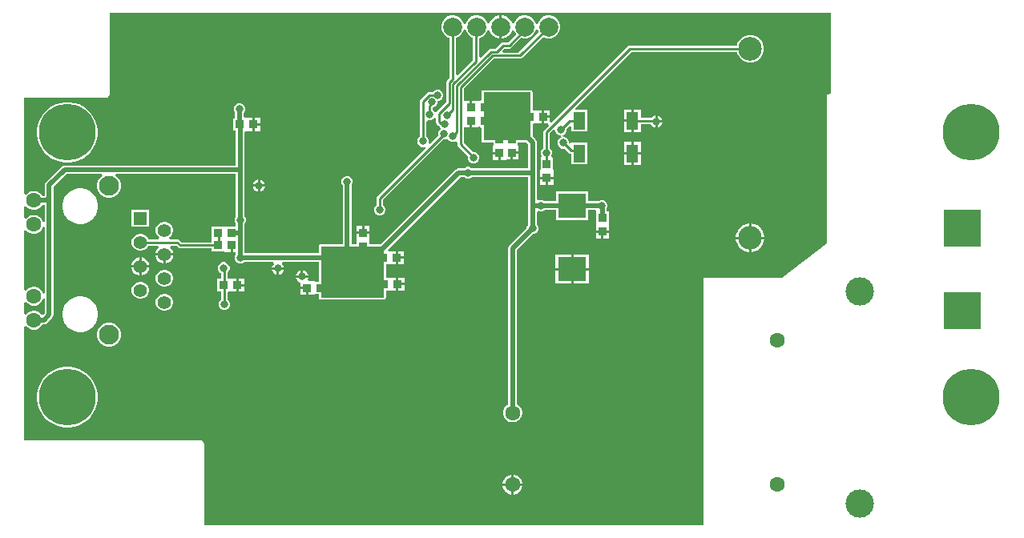
<source format=gbl>
G04*
G04 #@! TF.GenerationSoftware,Altium Limited,Altium Designer,21.0.8 (223)*
G04*
G04 Layer_Physical_Order=2*
G04 Layer_Color=16711680*
%FSLAX44Y44*%
%MOMM*%
G71*
G04*
G04 #@! TF.SameCoordinates,2EEA6137-B325-4497-8457-BD4E04CF0BC7*
G04*
G04*
G04 #@! TF.FilePolarity,Positive*
G04*
G01*
G75*
%ADD16R,0.9000X0.9500*%
%ADD20R,0.9500X0.9000*%
%ADD44C,0.2540*%
%ADD46C,0.2560*%
%ADD48C,0.5000*%
%ADD49C,2.0000*%
%ADD50C,1.6000*%
%ADD51C,2.5000*%
%ADD52C,1.4000*%
%ADD53R,1.4000X1.4000*%
%ADD54C,2.1000*%
%ADD55R,4.0000X4.0000*%
%ADD56C,3.0000*%
%ADD57C,6.0000*%
%ADD58C,0.8000*%
%ADD59R,1.3000X1.9000*%
%ADD60R,3.0000X2.6000*%
%ADD61R,6.7000X5.4000*%
%ADD62R,5.0000X5.1000*%
G36*
X665922Y370014D02*
X661931Y370000D01*
X661799Y211926D01*
X615000Y176000D01*
X532000D01*
Y-85922D01*
X4078Y-85922D01*
Y-0D01*
X3768Y1561D01*
X2884Y2884D01*
X1561Y3768D01*
X-0Y4078D01*
X-185922D01*
Y124331D01*
X-183922Y124867D01*
X-183920Y124864D01*
X-182058Y123002D01*
X-179778Y121685D01*
X-177235Y121004D01*
X-174602D01*
X-172058Y121685D01*
X-169778Y123002D01*
X-167916Y124864D01*
X-167020Y126416D01*
X-165168D01*
X-163412Y126765D01*
X-161923Y127760D01*
X-156422Y133261D01*
X-155427Y134749D01*
X-155078Y136505D01*
Y260000D01*
Y271847D01*
X-141514Y285412D01*
X-103918D01*
X-103382Y283412D01*
X-104091Y283002D01*
X-106419Y280675D01*
X-108064Y277825D01*
X-108916Y274646D01*
Y271354D01*
X-108064Y268175D01*
X-106419Y265325D01*
X-104091Y262997D01*
X-101241Y261352D01*
X-98062Y260500D01*
X-94771D01*
X-91591Y261352D01*
X-88741Y262997D01*
X-86414Y265325D01*
X-84768Y268175D01*
X-83916Y271354D01*
Y274646D01*
X-84768Y277825D01*
X-86414Y280675D01*
X-88741Y283002D01*
X-89450Y283412D01*
X-88914Y285412D01*
X37412D01*
Y240897D01*
X36913Y240399D01*
X36000Y238193D01*
Y235807D01*
X36913Y233601D01*
X37412Y233103D01*
Y229500D01*
X27500D01*
X26000Y229500D01*
X24500Y229500D01*
X12000D01*
Y218500D01*
X12000Y216500D01*
X12000D01*
Y216500D01*
X12000D01*
Y213344D01*
X-19488D01*
X-21808Y215665D01*
X-22893Y216390D01*
X-24173Y216644D01*
X-32226D01*
X-32762Y218644D01*
X-32495Y218798D01*
X-30819Y220474D01*
X-29635Y222526D01*
X-29021Y224815D01*
Y227185D01*
X-29635Y229474D01*
X-30819Y231526D01*
X-32495Y233202D01*
X-34547Y234387D01*
X-36836Y235000D01*
X-39206D01*
X-41495Y234387D01*
X-43547Y233202D01*
X-45223Y231526D01*
X-46408Y229474D01*
X-47021Y227185D01*
Y224815D01*
X-46408Y222526D01*
X-45223Y220474D01*
X-43547Y218798D01*
X-43281Y218644D01*
X-43816Y216644D01*
X-55000D01*
X-55035Y216774D01*
X-56220Y218826D01*
X-57895Y220502D01*
X-59947Y221687D01*
X-62236Y222300D01*
X-64606D01*
X-66895Y221687D01*
X-68947Y220502D01*
X-70623Y218826D01*
X-71808Y216774D01*
X-72421Y214485D01*
Y212115D01*
X-71808Y209826D01*
X-70623Y207774D01*
X-68947Y206098D01*
X-66895Y204913D01*
X-64606Y204300D01*
X-62236D01*
X-59947Y204913D01*
X-57895Y206098D01*
X-56220Y207774D01*
X-55035Y209826D01*
X-55000Y209956D01*
X-44887D01*
X-44380Y209090D01*
X-44157Y207956D01*
X-45655Y206458D01*
X-46911Y204282D01*
X-47558Y201870D01*
X-28485D01*
X-29131Y204282D01*
X-30387Y206458D01*
X-31885Y207956D01*
X-31662Y209090D01*
X-31156Y209956D01*
X-25558D01*
X-23238Y207635D01*
X-22153Y206910D01*
X-20873Y206656D01*
X12000D01*
Y203500D01*
X24184D01*
X25960Y202960D01*
X27276Y202960D01*
X31980D01*
Y210000D01*
X34520D01*
Y202960D01*
X37412D01*
Y200491D01*
X37319Y200399D01*
X36406Y198193D01*
Y195807D01*
X37319Y193601D01*
X39007Y191914D01*
X41212Y191000D01*
X43599D01*
X45805Y191914D01*
X46303Y192412D01*
X76917D01*
X77250Y191900D01*
X77628Y190412D01*
X76769Y189553D01*
X75908Y188062D01*
X75571Y186807D01*
X88432D01*
X88096Y188062D01*
X87235Y189553D01*
X86376Y190412D01*
X86754Y191900D01*
X87087Y192412D01*
X124961D01*
Y171500D01*
X121816D01*
X120040Y172040D01*
X118724Y172040D01*
X114347D01*
X113236Y174040D01*
X113554Y174591D01*
X113890Y175845D01*
X101029D01*
X101365Y174591D01*
X102226Y173100D01*
X103444Y171882D01*
X104935Y171021D01*
X105460Y170881D01*
Y166270D01*
X112750D01*
Y165000D01*
X114020D01*
Y157960D01*
X118724D01*
X120040Y157960D01*
X121816Y158500D01*
X124961D01*
Y155000D01*
X125116Y154220D01*
X125558Y153558D01*
X126220Y153116D01*
X127000Y152961D01*
X194000D01*
X194780Y153116D01*
X195442Y153558D01*
X195884Y154220D01*
X196039Y155000D01*
Y162500D01*
X199184D01*
X200960Y161960D01*
X202276Y161960D01*
X206980D01*
Y169000D01*
Y176040D01*
X202276D01*
X200960Y176040D01*
X199184Y175500D01*
X196039D01*
Y190500D01*
X198731D01*
X200507Y189960D01*
X201824Y189960D01*
X206527D01*
Y197000D01*
Y204040D01*
X201824D01*
X200507Y204040D01*
X198808Y203523D01*
X197989Y205500D01*
X274900Y282412D01*
X279103D01*
X279601Y281914D01*
X281807Y281000D01*
X284193D01*
X286399Y281914D01*
X286897Y282412D01*
X346367D01*
Y252000D01*
Y231897D01*
X345868Y231399D01*
X344955Y229193D01*
Y228489D01*
X326756Y210289D01*
X325761Y208801D01*
X325412Y207045D01*
Y41898D01*
X323860Y41002D01*
X321998Y39140D01*
X320681Y36860D01*
X320000Y34316D01*
Y31683D01*
X320681Y29140D01*
X321998Y26860D01*
X323860Y24998D01*
X326140Y23681D01*
X328684Y23000D01*
X331316D01*
X333860Y23681D01*
X336140Y24998D01*
X338002Y26860D01*
X339319Y29140D01*
X340000Y31683D01*
Y34316D01*
X339319Y36860D01*
X338002Y39140D01*
X336140Y41002D01*
X334588Y41898D01*
Y205145D01*
X351444Y222000D01*
X352149D01*
X354354Y222913D01*
X356042Y224601D01*
X356955Y226807D01*
Y229193D01*
X356042Y231399D01*
X355543Y231897D01*
Y245352D01*
X355551Y245363D01*
X357543Y246523D01*
X358806Y246000D01*
X361194D01*
X363399Y246914D01*
X363897Y247412D01*
X376000D01*
Y237000D01*
X410000D01*
Y247412D01*
X417085D01*
X418500Y246000D01*
Y233816D01*
X417960Y232040D01*
X417960Y230724D01*
Y226020D01*
X432040D01*
Y230724D01*
X432040Y232040D01*
X431500Y233816D01*
Y246000D01*
X429257D01*
Y248396D01*
X429424Y248563D01*
X430337Y250769D01*
Y253155D01*
X429424Y255361D01*
X427736Y257048D01*
X425531Y257962D01*
X423144D01*
X420938Y257048D01*
X420478Y256588D01*
X410000D01*
Y267000D01*
X376000D01*
Y256588D01*
X363897D01*
X363399Y257087D01*
X361194Y258000D01*
X358806D01*
X357543Y257477D01*
X355551Y258637D01*
X355543Y258648D01*
Y287000D01*
Y319045D01*
X355194Y320801D01*
X354199Y322289D01*
X351039Y325449D01*
Y338086D01*
X352453Y339500D01*
X353184D01*
X354960Y338960D01*
X356276Y338960D01*
X360980D01*
Y346000D01*
Y353040D01*
X356276D01*
X354960Y353040D01*
X353184Y352500D01*
X352453D01*
X351039Y353914D01*
Y372000D01*
X350884Y372780D01*
X350442Y373442D01*
X349780Y373884D01*
X349000Y374039D01*
X299000D01*
X298220Y373884D01*
X297558Y373442D01*
X297116Y372780D01*
X296961Y372000D01*
Y363914D01*
X295547Y362500D01*
X294816D01*
X293040Y363040D01*
X291724Y363040D01*
X287020D01*
Y356000D01*
X284480D01*
Y363040D01*
X278460Y363040D01*
X278334Y364988D01*
Y375619D01*
X310041Y407326D01*
X337660D01*
X338936Y407579D01*
X340017Y408302D01*
X362278Y430563D01*
X363568Y429818D01*
X366620Y429000D01*
X369780D01*
X372832Y429818D01*
X375568Y431398D01*
X377802Y433632D01*
X379382Y436368D01*
X380200Y439420D01*
Y442580D01*
X379382Y445632D01*
X377802Y448368D01*
X375568Y450602D01*
X372832Y452182D01*
X369780Y453000D01*
X366620D01*
X363568Y452182D01*
X360832Y450602D01*
X358598Y448368D01*
X357018Y445632D01*
X356535Y443831D01*
X354465D01*
X353982Y445632D01*
X352402Y448368D01*
X350168Y450602D01*
X347432Y452182D01*
X344380Y453000D01*
X341220D01*
X338168Y452182D01*
X335432Y450602D01*
X333198Y448368D01*
X331618Y445632D01*
X331415Y444874D01*
X329344D01*
X329085Y445840D01*
X327435Y448700D01*
X325100Y451035D01*
X322240Y452685D01*
X319051Y453540D01*
X318670D01*
Y441000D01*
Y428460D01*
X319051D01*
X322240Y429315D01*
X325100Y430965D01*
X327435Y433300D01*
X329085Y436160D01*
X329344Y437126D01*
X331415D01*
X331618Y436368D01*
X333198Y433632D01*
X333557Y433272D01*
X325107Y424822D01*
X319874D01*
X318598Y424568D01*
X317517Y423846D01*
X311705Y418034D01*
X306986D01*
X305710Y417780D01*
X304629Y417057D01*
X296182Y408610D01*
X294334Y409376D01*
Y429202D01*
X296632Y429818D01*
X299368Y431398D01*
X301602Y433632D01*
X303182Y436368D01*
X303385Y437126D01*
X305456D01*
X305715Y436160D01*
X307365Y433300D01*
X309700Y430965D01*
X312560Y429315D01*
X315749Y428460D01*
X316130D01*
Y441000D01*
Y453540D01*
X315749D01*
X312560Y452685D01*
X309700Y451035D01*
X307365Y448700D01*
X305715Y445840D01*
X305456Y444874D01*
X303385D01*
X303182Y445632D01*
X301602Y448368D01*
X299368Y450602D01*
X296632Y452182D01*
X293580Y453000D01*
X290420D01*
X287368Y452182D01*
X284632Y450602D01*
X282398Y448368D01*
X280818Y445632D01*
X280335Y443831D01*
X278265D01*
X277782Y445632D01*
X276202Y448368D01*
X273968Y450602D01*
X271232Y452182D01*
X268180Y453000D01*
X265020D01*
X261968Y452182D01*
X259232Y450602D01*
X256998Y448368D01*
X255418Y445632D01*
X254600Y442580D01*
Y439420D01*
X255418Y436368D01*
X256998Y433632D01*
X259232Y431398D01*
X261968Y429818D01*
X263366Y429443D01*
Y387221D01*
X260522Y384378D01*
X259800Y383296D01*
X259546Y382020D01*
Y361261D01*
X250023Y351738D01*
X249500Y350956D01*
X248291Y350822D01*
X247326Y350980D01*
X247087Y351557D01*
X245399Y353245D01*
X245334Y353272D01*
Y355698D01*
X245466D01*
X247671Y356612D01*
X249359Y358300D01*
X250273Y360505D01*
Y362777D01*
X252108D01*
X254314Y363691D01*
X256001Y365379D01*
X256915Y367584D01*
Y369971D01*
X256001Y372176D01*
X254314Y373864D01*
X252108Y374777D01*
X249721D01*
X247516Y373864D01*
X245986Y372334D01*
X242000D01*
X240724Y372080D01*
X239643Y371357D01*
X232642Y364357D01*
X231920Y363276D01*
X231666Y362000D01*
Y329000D01*
X231726Y328698D01*
Y325173D01*
X231661Y325147D01*
X229974Y323459D01*
X229060Y321254D01*
Y318867D01*
X229974Y316661D01*
X231661Y314974D01*
X233867Y314060D01*
X236254D01*
X236702Y314246D01*
X237835Y312551D01*
X187267Y261983D01*
X186545Y260901D01*
X186291Y259625D01*
Y252738D01*
X186226Y252712D01*
X184538Y251024D01*
X183625Y248818D01*
Y246432D01*
X184538Y244226D01*
X186226Y242539D01*
X188432Y241625D01*
X190819D01*
X193024Y242539D01*
X194712Y244226D01*
X195625Y246432D01*
Y248818D01*
X194712Y251024D01*
X193024Y252712D01*
X192959Y252738D01*
Y258244D01*
X256715Y322000D01*
X258654D01*
X259505Y322353D01*
X261864Y321883D01*
X263552Y320196D01*
X265757Y319282D01*
X268144D01*
X269666Y319912D01*
X271666Y318899D01*
Y317000D01*
X271920Y315724D01*
X272642Y314643D01*
X283027Y304258D01*
X283000Y304193D01*
Y301807D01*
X283913Y299601D01*
X285601Y297913D01*
X287806Y297000D01*
X290194D01*
X292399Y297913D01*
X294087Y299601D01*
X295000Y301807D01*
Y304193D01*
X294087Y306399D01*
X292399Y308087D01*
X290194Y309000D01*
X287806D01*
X287742Y308973D01*
X278334Y318381D01*
Y333012D01*
X278460Y334960D01*
X280334Y334960D01*
X284480D01*
Y342000D01*
X287020D01*
Y334960D01*
X291724D01*
X293040Y334960D01*
X294816Y335500D01*
X295547D01*
X296961Y334086D01*
Y321000D01*
X297116Y320220D01*
X297558Y319558D01*
X298220Y319116D01*
X299000Y318961D01*
X309500D01*
Y316566D01*
X308960Y314790D01*
X308960D01*
X308960Y314790D01*
Y308770D01*
X316000D01*
Y307500D01*
X317270D01*
Y300210D01*
X323040D01*
Y300710D01*
X327730D01*
Y308000D01*
X329000D01*
Y309270D01*
X336040D01*
Y315290D01*
X336040D01*
X335500Y315750D01*
Y318961D01*
X344551D01*
X346367Y317145D01*
Y291588D01*
X286897D01*
X286399Y292087D01*
X284193Y293000D01*
X281807D01*
X279601Y292087D01*
X279103Y291588D01*
X273000D01*
X271244Y291239D01*
X269756Y290244D01*
X190550Y211039D01*
X178500D01*
Y214184D01*
X179040Y215960D01*
X179040Y217276D01*
Y221980D01*
X172000D01*
X164960D01*
Y217276D01*
X164960Y215960D01*
X165500Y214184D01*
Y211039D01*
X159684D01*
Y273541D01*
X160182Y274039D01*
X161095Y276245D01*
Y278632D01*
X160182Y280837D01*
X158494Y282525D01*
X156289Y283438D01*
X153902D01*
X151697Y282525D01*
X150009Y280837D01*
X149095Y278632D01*
Y276245D01*
X150009Y274039D01*
X150507Y273541D01*
Y211039D01*
X127000D01*
X126220Y210884D01*
X125558Y210442D01*
X125116Y209780D01*
X124961Y209000D01*
Y201588D01*
X46588D01*
Y223000D01*
Y233103D01*
X47087Y233601D01*
X48000Y235807D01*
Y238193D01*
X47087Y240399D01*
X46588Y240897D01*
Y290000D01*
Y329598D01*
X48588Y331073D01*
X48960Y330960D01*
X50276Y330960D01*
X54980D01*
Y338000D01*
Y345040D01*
X50276D01*
X48960Y345040D01*
X47856Y344704D01*
X45917Y345767D01*
X45856Y345828D01*
Y350103D01*
X46354Y350601D01*
X47268Y352807D01*
Y355193D01*
X46354Y357399D01*
X44666Y359086D01*
X42461Y360000D01*
X40074D01*
X37869Y359086D01*
X36181Y357399D01*
X35268Y355193D01*
Y352807D01*
X36181Y350601D01*
X36679Y350103D01*
Y344500D01*
X35000D01*
Y331500D01*
X37412D01*
Y294588D01*
X-143414D01*
X-145170Y294239D01*
X-146659Y293244D01*
X-162910Y276992D01*
X-163905Y275504D01*
X-164254Y273748D01*
Y262084D01*
X-167020D01*
X-167916Y263636D01*
X-169778Y265498D01*
X-172058Y266814D01*
X-174602Y267496D01*
X-177235D01*
X-179778Y266814D01*
X-182058Y265498D01*
X-183920Y263636D01*
X-183922Y263633D01*
X-185922Y264169D01*
Y365922D01*
X-100000D01*
X-98439Y366232D01*
X-97116Y367116D01*
X-96232Y368439D01*
X-95922Y370000D01*
Y455922D01*
X665922D01*
Y370014D01*
D02*
G37*
G36*
X357018Y436368D02*
X357616Y435331D01*
X336279Y413994D01*
X319708D01*
X318943Y415841D01*
X321255Y418154D01*
X326488D01*
X327764Y418408D01*
X328846Y419131D01*
X339244Y429529D01*
X341220Y429000D01*
X344380D01*
X347432Y429818D01*
X350168Y431398D01*
X352402Y433632D01*
X353982Y436368D01*
X354465Y438169D01*
X356535D01*
X357018Y436368D01*
D02*
G37*
G36*
X280818D02*
X282398Y433632D01*
X284632Y431398D01*
X287368Y429818D01*
X287666Y429738D01*
Y405808D01*
X271882Y390024D01*
X270034Y390789D01*
Y429497D01*
X271232Y429818D01*
X273968Y431398D01*
X276202Y433632D01*
X277782Y436368D01*
X278265Y438169D01*
X280335D01*
X280818Y436368D01*
D02*
G37*
G36*
X247270Y344713D02*
X249047Y344266D01*
Y340896D01*
X249300Y339620D01*
X250023Y338538D01*
X251807Y336754D01*
X252824Y336075D01*
X253296Y334934D01*
X254062Y333087D01*
X252374Y331399D01*
X251460Y329193D01*
Y326806D01*
X251645Y326360D01*
X242570Y317285D01*
X240874Y318417D01*
X241060Y318867D01*
Y321254D01*
X240147Y323459D01*
X238459Y325147D01*
X238394Y325173D01*
Y328940D01*
X238334Y329242D01*
Y341018D01*
X240334Y342354D01*
X240807Y342158D01*
X243193D01*
X245399Y343072D01*
X247047Y344720D01*
X247270Y344713D01*
D02*
G37*
G36*
X-164254Y234930D02*
X-166254Y234667D01*
X-166600Y235956D01*
X-167916Y238236D01*
X-169778Y240098D01*
X-172058Y241415D01*
X-174602Y242096D01*
X-177235D01*
X-179778Y241415D01*
X-182058Y240098D01*
X-183920Y238236D01*
X-183922Y238233D01*
X-185922Y238769D01*
Y250823D01*
X-183922Y251359D01*
X-183920Y251356D01*
X-182058Y249494D01*
X-179778Y248178D01*
X-177235Y247496D01*
X-174602D01*
X-172058Y248178D01*
X-169778Y249494D01*
X-167916Y251356D01*
X-167020Y252908D01*
X-164254D01*
Y234930D01*
D02*
G37*
G36*
Y229262D02*
Y159238D01*
X-166254Y158975D01*
X-166600Y160264D01*
X-167916Y162544D01*
X-169778Y164406D01*
X-172058Y165723D01*
X-174602Y166404D01*
X-177235D01*
X-179778Y165723D01*
X-182058Y164406D01*
X-183920Y162544D01*
X-183922Y162541D01*
X-185922Y163077D01*
Y225423D01*
X-183922Y225959D01*
X-183920Y225956D01*
X-182058Y224094D01*
X-179778Y222778D01*
X-177235Y222096D01*
X-174602D01*
X-172058Y222778D01*
X-169778Y224094D01*
X-167916Y225956D01*
X-166600Y228236D01*
X-166254Y229525D01*
X-164254Y229262D01*
D02*
G37*
G36*
Y153570D02*
Y138406D01*
X-165876Y136784D01*
X-167859Y137045D01*
X-167916Y137144D01*
X-169778Y139006D01*
X-172058Y140323D01*
X-174602Y141004D01*
X-177235D01*
X-179778Y140323D01*
X-182058Y139006D01*
X-183920Y137144D01*
X-183922Y137141D01*
X-185922Y137677D01*
Y149731D01*
X-183922Y150267D01*
X-183920Y150264D01*
X-182058Y148402D01*
X-179778Y147086D01*
X-177235Y146404D01*
X-174602D01*
X-172058Y147086D01*
X-169778Y148402D01*
X-167916Y150264D01*
X-166600Y152544D01*
X-166254Y153833D01*
X-164254Y153570D01*
D02*
G37*
%LPC*%
G36*
X582909Y432500D02*
X579091D01*
X575403Y431512D01*
X572097Y429603D01*
X569397Y426903D01*
X567488Y423597D01*
X566882Y421334D01*
X454000D01*
X452724Y421080D01*
X451642Y420358D01*
X371540Y340255D01*
X369540Y341083D01*
Y344730D01*
X363520D01*
Y338960D01*
X367416D01*
X368245Y336960D01*
X363643Y332357D01*
X362920Y331276D01*
X362666Y330000D01*
Y313113D01*
X362601Y313086D01*
X360914Y311399D01*
X360000Y309193D01*
Y306807D01*
X360914Y304601D01*
X359936Y302750D01*
X359500D01*
Y290566D01*
X358960Y288790D01*
X358960Y287474D01*
Y282770D01*
X373040D01*
Y287474D01*
X373040Y288790D01*
X372500Y290566D01*
Y302750D01*
X372064D01*
X371087Y304601D01*
X372000Y306807D01*
Y309193D01*
X371087Y311399D01*
X369399Y313086D01*
X369334Y313113D01*
Y328619D01*
X373029Y332314D01*
X375029Y331486D01*
Y330997D01*
X375942Y328792D01*
X377630Y327104D01*
X379836Y326191D01*
X380789D01*
X381312Y326191D01*
X381709Y324191D01*
X381174Y323969D01*
X379996Y323481D01*
X378308Y321793D01*
X377394Y319588D01*
Y317201D01*
X378308Y314996D01*
X379996Y313308D01*
X382201Y312394D01*
X384588D01*
X384652Y312421D01*
X389320Y307753D01*
X390402Y307031D01*
X391678Y306777D01*
X392000D01*
Y295750D01*
X409000D01*
Y318750D01*
X392000D01*
Y318724D01*
X390000Y317738D01*
X389394Y318202D01*
Y319588D01*
X388481Y321793D01*
X386793Y323481D01*
X384588Y324394D01*
X383634D01*
X383112Y324394D01*
X382714Y326394D01*
X383250Y326616D01*
X384428Y327104D01*
X386116Y328792D01*
X387029Y330997D01*
Y333384D01*
X387002Y333449D01*
X390000Y336447D01*
X392000Y335618D01*
Y330250D01*
X409000D01*
Y353250D01*
X396578D01*
X395813Y355098D01*
X455381Y414666D01*
X566882D01*
X567488Y412403D01*
X569397Y409097D01*
X572097Y406397D01*
X575403Y404488D01*
X579091Y403500D01*
X582909D01*
X586597Y404488D01*
X589903Y406397D01*
X592603Y409097D01*
X594512Y412403D01*
X595500Y416091D01*
Y419909D01*
X594512Y423597D01*
X592603Y426903D01*
X589903Y429603D01*
X586597Y431512D01*
X582909Y432500D01*
D02*
G37*
G36*
X363520Y353040D02*
Y347270D01*
X369540D01*
Y353040D01*
X363520D01*
D02*
G37*
G36*
X455480Y353790D02*
X447710D01*
Y343020D01*
X455480D01*
Y353790D01*
D02*
G37*
G36*
X483060Y347473D02*
Y342312D01*
X488221D01*
X487885Y343567D01*
X487024Y345058D01*
X485806Y346276D01*
X484315Y347137D01*
X483060Y347473D01*
D02*
G37*
G36*
X57520Y345040D02*
Y339270D01*
X63540D01*
Y345040D01*
X57520D01*
D02*
G37*
G36*
X488221Y339772D02*
X483060D01*
Y334612D01*
X484315Y334948D01*
X485806Y335809D01*
X487024Y337027D01*
X487885Y338518D01*
X488221Y339772D01*
D02*
G37*
G36*
X465790Y353790D02*
X458020D01*
Y341750D01*
Y329710D01*
X465790D01*
Y338416D01*
X475755D01*
X476557Y337027D01*
X477775Y335809D01*
X479266Y334948D01*
X480520Y334612D01*
Y341042D01*
Y347473D01*
X479266Y347137D01*
X477775Y346276D01*
X476583Y345084D01*
X465790D01*
Y353790D01*
D02*
G37*
G36*
X63540Y336730D02*
X57520D01*
Y330960D01*
X63540D01*
Y336730D01*
D02*
G37*
G36*
X455480Y340480D02*
X447710D01*
Y329710D01*
X455480D01*
Y340480D01*
D02*
G37*
G36*
X465790Y319290D02*
X458020D01*
Y308520D01*
X465790D01*
Y319290D01*
D02*
G37*
G36*
X455480D02*
X447710D01*
Y308520D01*
X455480D01*
Y319290D01*
D02*
G37*
G36*
X336040Y306730D02*
X330270D01*
Y300710D01*
X336040D01*
Y306730D01*
D02*
G37*
G36*
X314730Y306230D02*
X308960D01*
Y300210D01*
X314730D01*
Y306230D01*
D02*
G37*
G36*
X-138023Y361472D02*
X-143060D01*
X-148035Y360684D01*
X-152826Y359128D01*
X-157314Y356841D01*
X-161388Y353880D01*
X-164950Y350318D01*
X-167911Y346244D01*
X-170198Y341756D01*
X-171754Y336965D01*
X-172542Y331990D01*
Y326953D01*
X-171754Y321978D01*
X-170198Y317188D01*
X-167911Y312700D01*
X-164950Y308625D01*
X-161388Y305064D01*
X-157314Y302103D01*
X-152826Y299816D01*
X-148035Y298260D01*
X-143060Y297472D01*
X-138023D01*
X-133049Y298260D01*
X-128258Y299816D01*
X-123770Y302103D01*
X-119695Y305064D01*
X-116134Y308625D01*
X-113173Y312700D01*
X-110886Y317188D01*
X-109330Y321978D01*
X-108542Y326953D01*
Y331990D01*
X-109330Y336965D01*
X-110886Y341756D01*
X-113173Y346244D01*
X-116134Y350318D01*
X-119695Y353880D01*
X-123770Y356841D01*
X-128258Y359128D01*
X-133049Y360684D01*
X-138023Y361472D01*
D02*
G37*
G36*
X465790Y305980D02*
X458020D01*
Y295210D01*
X465790D01*
Y305980D01*
D02*
G37*
G36*
X455480D02*
X447710D01*
Y295210D01*
X455480D01*
Y305980D01*
D02*
G37*
G36*
X63202Y279605D02*
Y274445D01*
X68363D01*
X68026Y275699D01*
X67165Y277190D01*
X65948Y278408D01*
X64457Y279269D01*
X63202Y279605D01*
D02*
G37*
G36*
X60662D02*
X59408Y279269D01*
X57917Y278408D01*
X56699Y277190D01*
X55838Y275699D01*
X55502Y274445D01*
X60662D01*
Y279605D01*
D02*
G37*
G36*
X373040Y280230D02*
X367270D01*
Y274210D01*
X373040D01*
Y280230D01*
D02*
G37*
G36*
X364730D02*
X358960D01*
Y274210D01*
X364730D01*
Y280230D01*
D02*
G37*
G36*
X68363Y271905D02*
X63202D01*
Y266744D01*
X64457Y267080D01*
X65948Y267941D01*
X67165Y269159D01*
X68026Y270650D01*
X68363Y271905D01*
D02*
G37*
G36*
X60662D02*
X55502D01*
X55838Y270650D01*
X56699Y269159D01*
X57917Y267941D01*
X59408Y267080D01*
X60662Y266744D01*
Y271905D01*
D02*
G37*
G36*
X-125075Y270150D02*
X-128768D01*
X-132390Y269429D01*
X-135803Y268016D01*
X-138874Y265964D01*
X-141485Y263352D01*
X-143537Y260282D01*
X-144951Y256869D01*
X-145671Y253247D01*
Y249553D01*
X-144951Y245931D01*
X-143537Y242519D01*
X-141485Y239448D01*
X-138874Y236836D01*
X-135803Y234784D01*
X-132390Y233371D01*
X-128768Y232650D01*
X-125075D01*
X-121452Y233371D01*
X-118040Y234784D01*
X-114969Y236836D01*
X-112357Y239448D01*
X-110305Y242519D01*
X-108892Y245931D01*
X-108171Y249553D01*
Y253247D01*
X-108892Y256869D01*
X-110305Y260282D01*
X-112357Y263352D01*
X-114969Y265964D01*
X-118040Y268016D01*
X-121452Y269429D01*
X-125075Y270150D01*
D02*
G37*
G36*
X-54421Y247700D02*
X-72421D01*
Y229700D01*
X-54421D01*
Y247700D01*
D02*
G37*
G36*
X179040Y230540D02*
X173270D01*
Y224520D01*
X179040D01*
Y230540D01*
D02*
G37*
G36*
X170730D02*
X164960D01*
Y224520D01*
X170730D01*
Y230540D01*
D02*
G37*
G36*
X582481Y233040D02*
X582270D01*
Y219270D01*
X596040D01*
Y219481D01*
X595462Y222387D01*
X594328Y225124D01*
X592682Y227587D01*
X590587Y229682D01*
X588124Y231328D01*
X585387Y232462D01*
X582481Y233040D01*
D02*
G37*
G36*
X579730D02*
X579519D01*
X576613Y232462D01*
X573876Y231328D01*
X571413Y229682D01*
X569318Y227587D01*
X567672Y225124D01*
X566538Y222387D01*
X565960Y219481D01*
Y219270D01*
X579730D01*
Y233040D01*
D02*
G37*
G36*
X432040Y223480D02*
X426270D01*
Y217460D01*
X432040D01*
Y223480D01*
D02*
G37*
G36*
X423730D02*
X417960D01*
Y217460D01*
X423730D01*
Y223480D01*
D02*
G37*
G36*
X596040Y216730D02*
X582270D01*
Y202960D01*
X582481D01*
X585387Y203538D01*
X588124Y204672D01*
X590587Y206318D01*
X592682Y208413D01*
X594328Y210876D01*
X595462Y213613D01*
X596040Y216519D01*
Y216730D01*
D02*
G37*
G36*
X579730D02*
X565960D01*
Y216519D01*
X566538Y213613D01*
X567672Y210876D01*
X569318Y208413D01*
X571413Y206318D01*
X573876Y204672D01*
X576613Y203538D01*
X579519Y202960D01*
X579730D01*
Y216730D01*
D02*
G37*
G36*
X209067Y204040D02*
Y198270D01*
X215087D01*
Y204040D01*
X209067D01*
D02*
G37*
G36*
X-28485Y199330D02*
X-36751D01*
Y191064D01*
X-34339Y191710D01*
X-32164Y192966D01*
X-30387Y194742D01*
X-29131Y196918D01*
X-28485Y199330D01*
D02*
G37*
G36*
X-39291D02*
X-47558D01*
X-46911Y196918D01*
X-45655Y194742D01*
X-43879Y192966D01*
X-41704Y191710D01*
X-39291Y191064D01*
Y199330D01*
D02*
G37*
G36*
X215087Y195730D02*
X209067D01*
Y189960D01*
X215087D01*
Y195730D01*
D02*
G37*
G36*
X-62151Y197436D02*
Y189170D01*
X-53885D01*
X-54531Y191582D01*
X-55787Y193758D01*
X-57564Y195534D01*
X-59739Y196790D01*
X-62151Y197436D01*
D02*
G37*
G36*
X-64691D02*
X-67104Y196790D01*
X-69279Y195534D01*
X-71055Y193758D01*
X-72311Y191582D01*
X-72958Y189170D01*
X-64691D01*
Y197436D01*
D02*
G37*
G36*
X410540Y200540D02*
X394270D01*
Y186270D01*
X410540D01*
Y200540D01*
D02*
G37*
G36*
X391730D02*
X375460D01*
Y186270D01*
X391730D01*
Y200540D01*
D02*
G37*
G36*
X88432Y184267D02*
X83272D01*
Y179107D01*
X84526Y179443D01*
X86018Y180304D01*
X87235Y181521D01*
X88096Y183013D01*
X88432Y184267D01*
D02*
G37*
G36*
X80732D02*
X75571D01*
X75908Y183013D01*
X76769Y181521D01*
X77986Y180304D01*
X79478Y179443D01*
X80732Y179107D01*
Y184267D01*
D02*
G37*
G36*
X108730Y183546D02*
Y178385D01*
X113890D01*
X113554Y179640D01*
X112693Y181131D01*
X111475Y182349D01*
X109984Y183210D01*
X108730Y183546D01*
D02*
G37*
G36*
X106190D02*
X104935Y183210D01*
X103444Y182349D01*
X102226Y181131D01*
X101365Y179640D01*
X101029Y178385D01*
X106190D01*
Y183546D01*
D02*
G37*
G36*
X-53885Y186630D02*
X-62151D01*
Y178364D01*
X-59739Y179010D01*
X-57564Y180266D01*
X-55787Y182042D01*
X-54531Y184218D01*
X-53885Y186630D01*
D02*
G37*
G36*
X-64691D02*
X-72958D01*
X-72311Y184218D01*
X-71055Y182042D01*
X-69279Y180266D01*
X-67104Y179010D01*
X-64691Y178364D01*
Y186630D01*
D02*
G37*
G36*
X209520Y176040D02*
Y170270D01*
X215540D01*
Y176040D01*
X209520D01*
D02*
G37*
G36*
X410540Y183730D02*
X394270D01*
Y169460D01*
X410540D01*
Y183730D01*
D02*
G37*
G36*
X391730D02*
X375460D01*
Y169460D01*
X391730D01*
Y183730D01*
D02*
G37*
G36*
X40520Y175040D02*
Y169270D01*
X46540D01*
Y175040D01*
X40520D01*
D02*
G37*
G36*
X-36836Y184200D02*
X-39206D01*
X-41495Y183587D01*
X-43547Y182402D01*
X-45223Y180726D01*
X-46408Y178674D01*
X-47021Y176385D01*
Y174015D01*
X-46408Y171726D01*
X-45223Y169674D01*
X-43547Y167998D01*
X-41495Y166813D01*
X-39206Y166200D01*
X-36836D01*
X-34547Y166813D01*
X-32495Y167998D01*
X-30819Y169674D01*
X-29635Y171726D01*
X-29021Y174015D01*
Y176385D01*
X-29635Y178674D01*
X-30819Y180726D01*
X-32495Y182402D01*
X-34547Y183587D01*
X-36836Y184200D01*
D02*
G37*
G36*
X215540Y167730D02*
X209520D01*
Y161960D01*
X215540D01*
Y167730D01*
D02*
G37*
G36*
X46540Y166730D02*
X40520D01*
Y160960D01*
X46540D01*
Y166730D01*
D02*
G37*
G36*
X26130Y192222D02*
X23743D01*
X21538Y191309D01*
X19850Y189621D01*
X18937Y187416D01*
Y185029D01*
X19850Y182824D01*
X21538Y181136D01*
X21697Y181070D01*
Y174500D01*
X18000D01*
Y161500D01*
X21697D01*
Y152632D01*
X20060Y150994D01*
X19146Y148789D01*
Y146402D01*
X20060Y144197D01*
X21748Y142509D01*
X23953Y141595D01*
X26340D01*
X28545Y142509D01*
X30233Y144197D01*
X31146Y146402D01*
Y148789D01*
X30233Y150994D01*
X28545Y152682D01*
X28386Y152748D01*
Y160086D01*
X29500Y161200D01*
X30386Y161439D01*
X31960Y160960D01*
X33276Y160960D01*
X37980D01*
Y168000D01*
Y175040D01*
X33276D01*
X31960Y175040D01*
X30386Y174561D01*
X29500Y174800D01*
X28386Y175914D01*
Y181186D01*
X30023Y182824D01*
X30937Y185029D01*
Y187416D01*
X30023Y189621D01*
X28335Y191309D01*
X26130Y192222D01*
D02*
G37*
G36*
X111480Y163730D02*
X105460D01*
Y157960D01*
X111480D01*
Y163730D01*
D02*
G37*
G36*
X-62236Y171500D02*
X-64606D01*
X-66895Y170887D01*
X-68947Y169702D01*
X-70623Y168026D01*
X-71808Y165974D01*
X-72421Y163685D01*
Y161315D01*
X-71808Y159026D01*
X-70623Y156974D01*
X-68947Y155298D01*
X-66895Y154113D01*
X-64606Y153500D01*
X-62236D01*
X-59947Y154113D01*
X-57895Y155298D01*
X-56220Y156974D01*
X-55035Y159026D01*
X-54421Y161315D01*
Y163685D01*
X-55035Y165974D01*
X-56220Y168026D01*
X-57895Y169702D01*
X-59947Y170887D01*
X-62236Y171500D01*
D02*
G37*
G36*
X-36836Y158800D02*
X-39206D01*
X-41495Y158187D01*
X-43547Y157002D01*
X-45223Y155326D01*
X-46408Y153274D01*
X-47021Y150985D01*
Y148615D01*
X-46408Y146326D01*
X-45223Y144274D01*
X-43547Y142598D01*
X-41495Y141413D01*
X-39206Y140800D01*
X-36836D01*
X-34547Y141413D01*
X-32495Y142598D01*
X-30819Y144274D01*
X-29635Y146326D01*
X-29021Y148615D01*
Y150985D01*
X-29635Y153274D01*
X-30819Y155326D01*
X-32495Y157002D01*
X-34547Y158187D01*
X-36836Y158800D01*
D02*
G37*
G36*
X-125075Y155850D02*
X-128768D01*
X-132390Y155129D01*
X-135803Y153716D01*
X-138874Y151664D01*
X-141485Y149052D01*
X-143537Y145982D01*
X-144951Y142569D01*
X-145671Y138947D01*
Y135253D01*
X-144951Y131631D01*
X-143537Y128218D01*
X-141485Y125148D01*
X-138874Y122536D01*
X-135803Y120484D01*
X-132390Y119071D01*
X-128768Y118350D01*
X-125075D01*
X-121452Y119071D01*
X-118040Y120484D01*
X-114969Y122536D01*
X-112357Y125148D01*
X-110305Y128218D01*
X-108892Y131631D01*
X-108171Y135253D01*
Y138947D01*
X-108892Y142569D01*
X-110305Y145982D01*
X-112357Y149052D01*
X-114969Y151664D01*
X-118040Y153716D01*
X-121452Y155129D01*
X-125075Y155850D01*
D02*
G37*
G36*
X-94771Y128000D02*
X-98062D01*
X-101241Y127148D01*
X-104091Y125503D01*
X-106419Y123175D01*
X-108064Y120325D01*
X-108916Y117146D01*
Y113854D01*
X-108064Y110675D01*
X-106419Y107825D01*
X-104091Y105498D01*
X-101241Y103852D01*
X-98062Y103000D01*
X-94771D01*
X-91591Y103852D01*
X-88741Y105498D01*
X-86414Y107825D01*
X-84768Y110675D01*
X-83916Y113854D01*
Y117146D01*
X-84768Y120325D01*
X-86414Y123175D01*
X-88741Y125503D01*
X-91591Y127148D01*
X-94771Y128000D01*
D02*
G37*
G36*
X-138023Y81472D02*
X-143060D01*
X-148035Y80684D01*
X-152826Y79127D01*
X-157314Y76841D01*
X-161388Y73880D01*
X-164950Y70318D01*
X-167911Y66244D01*
X-170198Y61756D01*
X-171754Y56965D01*
X-172542Y51990D01*
Y46953D01*
X-171754Y41979D01*
X-170198Y37188D01*
X-167911Y32700D01*
X-164950Y28625D01*
X-161388Y25064D01*
X-157314Y22103D01*
X-152826Y19816D01*
X-148035Y18260D01*
X-143060Y17472D01*
X-138023D01*
X-133049Y18260D01*
X-128258Y19816D01*
X-123770Y22103D01*
X-119695Y25064D01*
X-116134Y28625D01*
X-113173Y32700D01*
X-110886Y37188D01*
X-109330Y41979D01*
X-108542Y46953D01*
Y51990D01*
X-109330Y56965D01*
X-110886Y61756D01*
X-113173Y66244D01*
X-116134Y70318D01*
X-119695Y73880D01*
X-123770Y76841D01*
X-128258Y79127D01*
X-133049Y80684D01*
X-138023Y81472D01*
D02*
G37*
G36*
X331388Y-32460D02*
X331270D01*
Y-41730D01*
X340540D01*
Y-41612D01*
X339822Y-38932D01*
X338434Y-36528D01*
X336472Y-34566D01*
X334068Y-33178D01*
X331388Y-32460D01*
D02*
G37*
G36*
X328730D02*
X328612D01*
X325932Y-33178D01*
X323528Y-34566D01*
X321566Y-36528D01*
X320178Y-38932D01*
X319460Y-41612D01*
Y-41730D01*
X328730D01*
Y-32460D01*
D02*
G37*
G36*
X340540Y-44270D02*
X331270D01*
Y-53540D01*
X331388D01*
X334068Y-52822D01*
X336472Y-51434D01*
X338434Y-49472D01*
X339822Y-47068D01*
X340540Y-44388D01*
Y-44270D01*
D02*
G37*
G36*
X328730D02*
X319460D01*
Y-44388D01*
X320178Y-47068D01*
X321566Y-49472D01*
X323528Y-51434D01*
X325932Y-52822D01*
X328612Y-53540D01*
X328730D01*
Y-44270D01*
D02*
G37*
%LPD*%
D16*
X329000Y322500D02*
D03*
Y308000D02*
D03*
X316000Y307500D02*
D03*
Y322000D02*
D03*
X172000Y208750D02*
D03*
Y223250D02*
D03*
X425000Y239250D02*
D03*
Y224750D02*
D03*
X366000Y281500D02*
D03*
Y296000D02*
D03*
D20*
X18750Y210000D02*
D03*
X33250D02*
D03*
Y223000D02*
D03*
X18750D02*
D03*
X208250Y169000D02*
D03*
X193750D02*
D03*
X207797Y197000D02*
D03*
X193297D02*
D03*
X300250Y342000D02*
D03*
X285750D02*
D03*
X300250Y356000D02*
D03*
X285750D02*
D03*
X347750Y346000D02*
D03*
X362250D02*
D03*
X39250Y168000D02*
D03*
X24750D02*
D03*
X41750Y338000D02*
D03*
X56250D02*
D03*
X112750Y165000D02*
D03*
X127250D02*
D03*
D44*
X456750Y341750D02*
X481083D01*
X481790Y341042D01*
X342800Y437800D02*
Y441000D01*
X326488Y421488D02*
X342800Y437800D01*
X337660Y410660D02*
X368000Y441000D01*
X308660Y410660D02*
X337660D01*
X368000Y441000D02*
X368200D01*
X313086Y414700D02*
X319874Y421488D01*
X326488D01*
X291000Y404427D02*
Y440000D01*
X292000Y441000D01*
X266920Y380347D02*
X291000Y404427D01*
X266920Y353772D02*
Y380347D01*
X260878Y347730D02*
X266920Y353772D01*
X275000Y377000D02*
X308660Y410660D01*
X275000Y317000D02*
Y377000D01*
Y317000D02*
X289000Y303000D01*
X266700Y385840D02*
Y440900D01*
X266600Y441000D02*
X266700Y440900D01*
X262880Y382020D02*
X266700Y385840D01*
X262880Y359880D02*
Y382020D01*
X252381Y349381D02*
X262880Y359880D01*
X252381Y340896D02*
Y349381D01*
Y340896D02*
X254165Y339112D01*
X257448D01*
X258493Y338067D01*
X306986Y414700D02*
X313086D01*
X270960Y378673D02*
X306986Y414700D01*
X270960Y329500D02*
Y378673D01*
X266951Y325491D02*
X270960Y329500D01*
X266951Y325282D02*
Y325491D01*
X242000Y348158D02*
Y357948D01*
X454000Y418000D02*
X581000D01*
X366000Y330000D02*
X454000Y418000D01*
X366000Y308000D02*
Y330000D01*
Y296000D02*
Y308000D01*
X391678Y310111D02*
X397639D01*
X400500Y307250D01*
X383394Y318394D02*
X391678Y310111D01*
X381029Y332191D02*
X390588Y341750D01*
X400500D01*
X144479Y161127D02*
Y165979D01*
X160500Y182000D01*
X242000Y357948D02*
X244273Y360221D01*
Y361698D01*
X189625Y259625D02*
X257460Y327460D01*
Y328000D01*
X189625Y247625D02*
Y259625D01*
X235000Y329000D02*
Y362000D01*
X242000Y369000D01*
X250692D01*
X250915Y368777D01*
X235060Y320060D02*
Y328940D01*
X235000Y329000D02*
X235060Y328940D01*
D46*
X-63421Y213300D02*
X-24173D01*
X-20873Y210000D01*
X18750D01*
X19750Y211000D01*
X18750Y223000D02*
X19750Y222000D01*
Y211000D02*
Y222000D01*
X24937Y186222D02*
X25042Y186117D01*
Y147700D02*
X25146Y147595D01*
X25042Y147700D02*
Y186117D01*
D48*
X139000Y197000D02*
X146000Y190000D01*
X149250Y193250D02*
X160500Y182000D01*
X133892Y201000D02*
X135000D01*
X146000Y190000D02*
X154000Y182000D01*
X145500Y197000D02*
X149250Y193250D01*
X146000Y190000D02*
X149250Y193250D01*
X155095Y199095D01*
X42406Y197000D02*
X139000D01*
X154000Y182000D02*
X160500D01*
X139000Y197000D02*
X145500D01*
X139000Y183000D02*
X146000Y190000D01*
X135000Y201000D02*
X139000Y197000D01*
X41268Y338482D02*
X42000Y337750D01*
X41268Y338482D02*
Y354000D01*
X42000Y290000D02*
Y337750D01*
X330000Y207045D02*
X350955Y228000D01*
X330000Y33000D02*
Y207045D01*
X-159666Y260000D02*
Y273748D01*
Y136505D02*
Y260000D01*
X-162170Y257496D02*
X-159666Y260000D01*
X-175918Y257496D02*
X-162170D01*
X-159666Y273748D02*
X-143414Y290000D01*
X-175918Y131004D02*
X-165168D01*
X-159666Y136505D01*
X-143414Y290000D02*
X42000D01*
Y197406D02*
X42406Y197000D01*
X42000Y197406D02*
Y223000D01*
X33250D02*
X42000D01*
Y237000D01*
Y290000D01*
X133000Y183000D02*
X139000D01*
X186884Y183663D02*
Y200884D01*
X155095Y199095D02*
Y277438D01*
X273000Y287000D02*
X283000D01*
X192000Y206000D02*
X273000Y287000D01*
X191000Y206000D02*
X192000D01*
X191000Y205000D02*
Y206000D01*
X186884Y200884D02*
X191000Y205000D01*
X424669Y239581D02*
Y251631D01*
X424337Y251962D02*
X424669Y251631D01*
Y239581D02*
X425000Y239250D01*
X393000Y252000D02*
X424299D01*
X393000Y252000D02*
X393000Y252000D01*
X350955D02*
X360000D01*
X393000D01*
X393000Y252000D01*
X350955Y228000D02*
Y252000D01*
Y287000D01*
X324000Y346500D02*
X336500Y359000D01*
X344000D01*
Y326000D02*
X350955Y319045D01*
X324000Y346500D02*
X344000Y326500D01*
Y326000D02*
Y326500D01*
X350955Y287000D02*
Y319045D01*
X283000Y287000D02*
X350955D01*
D49*
X266600Y441000D02*
D03*
X292000D02*
D03*
X317400D02*
D03*
X342800D02*
D03*
X368200D02*
D03*
D50*
X610000Y-43000D02*
D03*
X609750Y109250D02*
D03*
X330000Y-43000D02*
D03*
Y33000D02*
D03*
X-175918Y257496D02*
D03*
Y232096D02*
D03*
Y131004D02*
D03*
Y156404D02*
D03*
D51*
X581000Y218000D02*
D03*
Y418000D02*
D03*
D52*
X-38021Y200600D02*
D03*
Y226000D02*
D03*
Y175200D02*
D03*
Y149800D02*
D03*
X-63421Y213300D02*
D03*
Y187900D02*
D03*
Y162500D02*
D03*
D53*
Y238700D02*
D03*
D54*
X-96416Y273000D02*
D03*
Y115500D02*
D03*
D55*
X805000Y228000D02*
D03*
Y141000D02*
D03*
D56*
X697000Y-63000D02*
D03*
Y161000D02*
D03*
D57*
X814458Y329472D02*
D03*
Y49472D02*
D03*
X-140542Y329472D02*
D03*
Y49472D02*
D03*
D58*
X133892Y201000D02*
D03*
X107460Y177115D02*
D03*
X82002Y185537D02*
D03*
X61932Y273174D02*
D03*
X-101000Y203000D02*
D03*
X41268Y354000D02*
D03*
X481057Y253713D02*
D03*
X481790Y341042D02*
D03*
X435057Y432713D02*
D03*
X437000Y204000D02*
D03*
X307000Y125000D02*
D03*
X235057Y124712D02*
D03*
X107057Y67712D02*
D03*
X23057Y68713D02*
D03*
X-56943D02*
D03*
X-51943Y377713D02*
D03*
X-50943Y318713D02*
D03*
X96057Y396712D02*
D03*
X127057Y319713D02*
D03*
X257057Y299713D02*
D03*
X377057Y411712D02*
D03*
X242000Y348158D02*
D03*
X383394Y318394D02*
D03*
X381029Y332191D02*
D03*
X42406Y197000D02*
D03*
X42000Y237000D02*
D03*
X186884Y183663D02*
D03*
X144479Y161127D02*
D03*
X155000Y161000D02*
D03*
X174000D02*
D03*
X133000Y183000D02*
D03*
X360000Y252000D02*
D03*
X424337Y251962D02*
D03*
X350955Y228000D02*
D03*
X257460Y328000D02*
D03*
X258493Y338067D02*
D03*
X260878Y347730D02*
D03*
X266951Y325282D02*
D03*
X306000Y366000D02*
D03*
X344000Y359000D02*
D03*
Y326000D02*
D03*
X289000Y303000D02*
D03*
X366000Y308000D02*
D03*
X250915Y368777D02*
D03*
X244273Y361698D02*
D03*
X306000Y326000D02*
D03*
X189625Y247625D02*
D03*
X235060Y320060D02*
D03*
X283000Y287000D02*
D03*
X25146Y147595D02*
D03*
X24937Y186222D02*
D03*
X155095Y277438D02*
D03*
D59*
X400500Y307250D02*
D03*
X456750D02*
D03*
Y341750D02*
D03*
X400500Y341750D02*
D03*
D60*
X393000Y252000D02*
D03*
Y185000D02*
D03*
D61*
X160500Y182000D02*
D03*
D62*
X324000Y346500D02*
D03*
M02*

</source>
